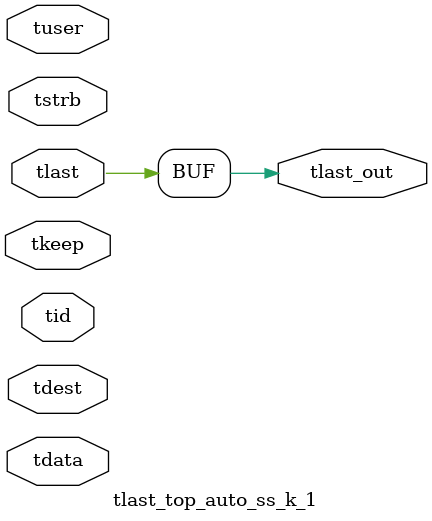
<source format=v>


`timescale 1ps/1ps

module tlast_top_auto_ss_k_1 #
(
parameter C_S_AXIS_TID_WIDTH   = 1,
parameter C_S_AXIS_TUSER_WIDTH = 0,
parameter C_S_AXIS_TDATA_WIDTH = 0,
parameter C_S_AXIS_TDEST_WIDTH = 0
)
(
input  [(C_S_AXIS_TID_WIDTH   == 0 ? 1 : C_S_AXIS_TID_WIDTH)-1:0       ] tid,
input  [(C_S_AXIS_TDATA_WIDTH == 0 ? 1 : C_S_AXIS_TDATA_WIDTH)-1:0     ] tdata,
input  [(C_S_AXIS_TUSER_WIDTH == 0 ? 1 : C_S_AXIS_TUSER_WIDTH)-1:0     ] tuser,
input  [(C_S_AXIS_TDEST_WIDTH == 0 ? 1 : C_S_AXIS_TDEST_WIDTH)-1:0     ] tdest,
input  [(C_S_AXIS_TDATA_WIDTH/8)-1:0 ] tkeep,
input  [(C_S_AXIS_TDATA_WIDTH/8)-1:0 ] tstrb,
input  [0:0]                                                             tlast,
output                                                                   tlast_out
);

assign tlast_out = {tlast};

endmodule


</source>
